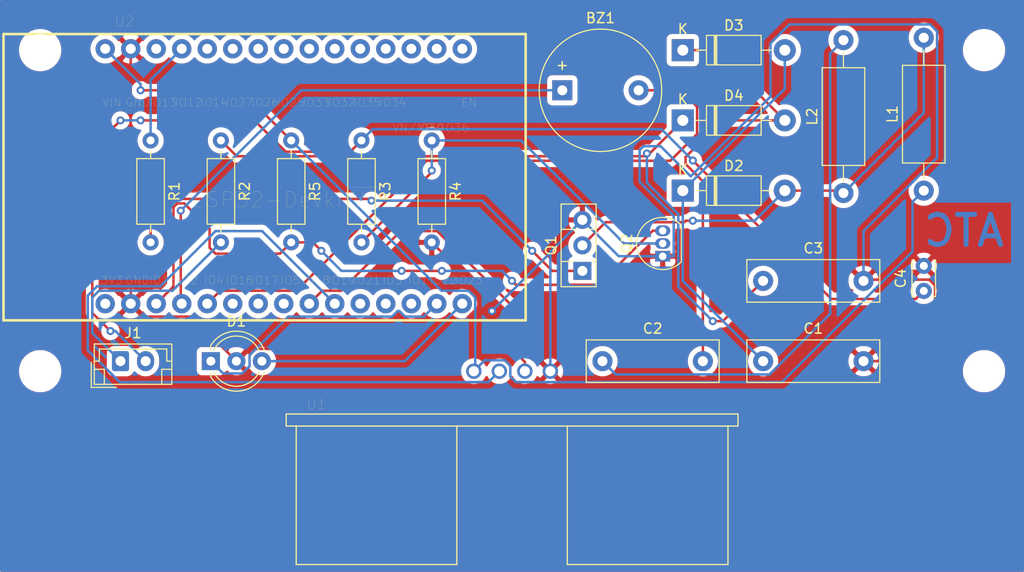
<source format=kicad_pcb>
(kicad_pcb (version 20171130) (host pcbnew "(5.1.9)-1")
  (title_block (title SmartGeiger) (date 2021-03-06) (rev v01) (comment 2 https://creativecommons.org/licenses/by/4.0/) (comment 3 "License: CC BY 4.0") (comment 4 "Author: Ahnaf Tahmid Chowdhury"))
  (layers (0 F.Cu signal) (31 B.Cu signal) (34 B.Paste user) (35 F.Paste user) (36 B.SilkS user) (37 F.SilkS user) (38 B.Mask user) (39 F.Mask user) (44 Edge.Cuts user))
  (net 0 "")
  (net 1 "Net-(BZ1-Pad1)")
  (net 2 "Net-(BZ1-Pad2)")
  (net 3 GND)
  (net 4 "Net-(C1-Pad1)")
  (net 5 "Net-(C2-Pad1)")
  (net 6 "Net-(C2-Pad2)")
  (net 7 "Net-(C3-Pad1)")
  (net 8 "Net-(C4-Pad1)")
  (net 9 "Net-(D1-Pad1)")
  (net 10 "Net-(D1-Pad3)")
  (net 11 "Net-(D2-Pad2)")
  (net 12 "Net-(J1-Pad1)")
  (net 13 VCC)
  (net 14 "Net-(Q1-Pad1)")
  (net 15 "Net-(Q2-Pad2)")
  (net 16 "Net-(Q2-Pad3)")
  (net 17 "Net-(R1-Pad1)")
  (net 18 "Net-(U1-Pad2)")
  (net 19 "Net-(U1-Pad3)")
  (net 20 "Net-(U2-Pad3V3)")
  (net 21 "Net-(U2-PadD16)")
  (net 22 "Net-(U2-PadD17)")
  (net 23 "Net-(U2-PadD5)")
  (net 24 "Net-(U2-PadD21)")
  (net 25 "Net-(U2-PadD3)")
  (net 26 "Net-(U2-PadD1)")
  (net 27 "Net-(U2-PadD13)")
  (net 28 "Net-(U2-PadD14)")
  (net 29 "Net-(U2-PadD27)")
  (net 30 "Net-(U2-PadD26)")
  (net 31 "Net-(U2-PadD25)")
  (net 32 "Net-(U2-PadD33)")
  (net 33 "Net-(U2-PadD32)")
  (net 34 "Net-(U2-PadD35)")
  (net 35 "Net-(U2-PadD34)")
  (net 36 "Net-(U2-PadD39)")
  (net 37 "Net-(U2-PadD36)")
  (net 38 "Net-(U2-PadEN)")
  (module MountingHole:MountingHole_3.2mm_M3 (layer F.Cu) (at 183 84)
    (fp_text reference REF** hide)
    (fp_text value MountingHole)
    (pad 1 np_thru_hole circle (at 0 0) (size 3.2 3.2) (drill 3.2) (layers *.Cu *.Mask))
  )
  (module MountingHole:MountingHole_3.2mm_M3 (layer F.Cu) (at 277 84)
    (fp_text reference REF** hide)
    (fp_text value MountingHole)
    (pad 1 np_thru_hole circle (at 0 0) (size 3.2 3.2) (drill 3.2) (layers *.Cu *.Mask))
  )
  (module MountingHole:MountingHole_3.2mm_M3 (layer F.Cu) (at 277 116)
    (fp_text reference REF** hide)
    (fp_text value MountingHole)
    (pad 1 np_thru_hole circle (at 0 0) (size 3.2 3.2) (drill 3.2) (layers *.Cu *.Mask))
  )
  (module MountingHole:MountingHole_3.2mm_M3 (layer F.Cu) (at 183 116)
    (fp_text reference REF** hide)
    (fp_text value MountingHole)
    (pad 1 np_thru_hole circle (at 0 0) (size 3.2 3.2) (drill 3.2) (layers *.Cu *.Mask))
  )
  (module Buzzer_Beeper:Buzzer_12x9.5RM7.6 (layer F.Cu) (at 235 88)
    (fp_text reference BZ1 (at 3.8 -7.2) (layer F.SilkS))
    (fp_text value Buzzer)
    (fp_circle (center 3.8 0) (end 9.9 0) (layer F.SilkS) (width 0.12))
    (fp_text user + (at -0.01 -2.54) (layer F.SilkS))
    (pad 1 thru_hole rect (at 0 0) (size 2 2) (drill 1) (layers *.Cu *.Mask) (net 1 "Net-(BZ1-Pad1)"))
    (pad 2 thru_hole circle (at 7.6 0) (size 2 2) (drill 1) (layers *.Cu *.Mask) (net 2 "Net-(BZ1-Pad2)"))
  )
  (module Capacitor_THT:C_Rect_L13.0mm_W4.0mm_P10.00mm_FKS3_FKP3_MKS4 (layer F.Cu) (at 255 115)
    (fp_text reference C1 (at 5 -3.25) (layer F.SilkS))
    (fp_text value "4.6 nF")
    (fp_line (start 11.62 -2.12) (end 11.62 2.12) (layer F.SilkS) (width 0.12))
    (fp_line (start -1.62 -2.12) (end -1.62 2.12) (layer F.SilkS) (width 0.12))
    (fp_line (start -1.62 2.12) (end 11.62 2.12) (layer F.SilkS) (width 0.12))
    (fp_line (start -1.62 -2.12) (end 11.62 -2.12) (layer F.SilkS) (width 0.12))
    (pad 2 thru_hole circle (at 10 0) (size 2 2) (drill 1) (layers *.Cu *.Mask) (net 3 GND))
    (pad 1 thru_hole circle (at 0 0) (size 2 2) (drill 1) (layers *.Cu *.Mask) (net 4 "Net-(C1-Pad1)"))
  )
  (module Capacitor_THT:C_Rect_L13.0mm_W4.0mm_P10.00mm_FKS3_FKP3_MKS4 (layer F.Cu) (at 239 115)
    (fp_text reference C2 (at 5 -3.25) (layer F.SilkS))
    (fp_text value "4.6 nF")
    (fp_line (start -1.62 -2.12) (end 11.62 -2.12) (layer F.SilkS) (width 0.12))
    (fp_line (start -1.62 2.12) (end 11.62 2.12) (layer F.SilkS) (width 0.12))
    (fp_line (start -1.62 -2.12) (end -1.62 2.12) (layer F.SilkS) (width 0.12))
    (fp_line (start 11.62 -2.12) (end 11.62 2.12) (layer F.SilkS) (width 0.12))
    (pad 1 thru_hole circle (at 0 0) (size 2 2) (drill 1) (layers *.Cu *.Mask) (net 5 "Net-(C2-Pad1)"))
    (pad 2 thru_hole circle (at 10 0) (size 2 2) (drill 1) (layers *.Cu *.Mask) (net 6 "Net-(C2-Pad2)"))
  )
  (module Capacitor_THT:C_Rect_L13.0mm_W4.0mm_P10.00mm_FKS3_FKP3_MKS4 (layer F.Cu) (at 255 107)
    (fp_text reference C3 (at 5 -3.25) (layer F.SilkS))
    (fp_text value "4.6 nF")
    (fp_line (start -1.62 -2.12) (end 11.62 -2.12) (layer F.SilkS) (width 0.12))
    (fp_line (start -1.62 2.12) (end 11.62 2.12) (layer F.SilkS) (width 0.12))
    (fp_line (start -1.62 -2.12) (end -1.62 2.12) (layer F.SilkS) (width 0.12))
    (fp_line (start 11.62 -2.12) (end 11.62 2.12) (layer F.SilkS) (width 0.12))
    (pad 1 thru_hole circle (at 0 0) (size 2 2) (drill 1) (layers *.Cu *.Mask) (net 7 "Net-(C3-Pad1)"))
    (pad 2 thru_hole circle (at 10 0) (size 2 2) (drill 1) (layers *.Cu *.Mask) (net 3 GND))
  )
  (module Capacitor_THT:C_Disc_D3.4mm_W2.1mm_P2.50mm (layer F.Cu) (at 271 108 90)
    (fp_text reference C4 (at 1.25 -2.3 90) (layer F.SilkS))
    (fp_text value 102)
    (fp_line (start -0.57 -1.17) (end 3.07 -1.17) (layer F.SilkS) (width 0.12))
    (fp_line (start -0.57 1.17) (end 3.07 1.17) (layer F.SilkS) (width 0.12))
    (fp_line (start -0.57 -1.17) (end -0.57 -0.925) (layer F.SilkS) (width 0.12))
    (fp_line (start -0.57 0.925) (end -0.57 1.17) (layer F.SilkS) (width 0.12))
    (fp_line (start 3.07 -1.17) (end 3.07 -0.925) (layer F.SilkS) (width 0.12))
    (fp_line (start 3.07 0.925) (end 3.07 1.17) (layer F.SilkS) (width 0.12))
    (pad 1 thru_hole circle (at 0 0 90) (size 1.6 1.6) (drill 0.8) (layers *.Cu *.Mask) (net 8 "Net-(C4-Pad1)"))
    (pad 2 thru_hole circle (at 2.5 0 90) (size 1.6 1.6) (drill 0.8) (layers *.Cu *.Mask) (net 3 GND))
  )
  (module LED_THT:LED_D5.0mm-3 (layer F.Cu) (at 200 115)
    (fp_text reference D1 (at 2.54 -3.96) (layer F.SilkS))
    (fp_text value LED_Dual_ACA)
    (fp_line (start -0.02 -1.545) (end -0.02 -1.08) (layer F.SilkS) (width 0.12))
    (fp_line (start -0.02 1.08) (end -0.02 1.545) (layer F.SilkS) (width 0.12))
    (fp_arc (start 2.54 0) (end -0.02 -1.54483) (angle 127.7) (layer F.SilkS) (width 0.12))
    (fp_arc (start 2.54 0) (end -0.02 1.54483) (angle -127.7) (layer F.SilkS) (width 0.12))
    (fp_arc (start 2.54 0) (end 0.285316 -1.08) (angle 128.8) (layer F.SilkS) (width 0.12))
    (fp_arc (start 2.54 0) (end 0.285316 1.08) (angle -128.8) (layer F.SilkS) (width 0.12))
    (pad 1 thru_hole rect (at 0 0) (size 1.8 1.8) (drill 0.9) (layers *.Cu *.Mask) (net 9 "Net-(D1-Pad1)"))
    (pad 2 thru_hole circle (at 2.54 0) (size 1.8 1.8) (drill 0.9) (layers *.Cu *.Mask) (net 3 GND))
    (pad 3 thru_hole circle (at 5.08 0) (size 1.8 1.8) (drill 0.9) (layers *.Cu *.Mask) (net 10 "Net-(D1-Pad3)"))
  )
  (module Diode_THT:D_DO-41_SOD81_P10.16mm_Horizontal (layer F.Cu) (at 247 98)
    (fp_text reference D2 (at 5.08 -2.47) (layer F.SilkS))
    (fp_text value 1N4007)
    (fp_line (start 2.36 -1.47) (end 2.36 1.47) (layer F.SilkS) (width 0.12))
    (fp_line (start 2.36 1.47) (end 7.8 1.47) (layer F.SilkS) (width 0.12))
    (fp_line (start 7.8 1.47) (end 7.8 -1.47) (layer F.SilkS) (width 0.12))
    (fp_line (start 7.8 -1.47) (end 2.36 -1.47) (layer F.SilkS) (width 0.12))
    (fp_line (start 1.34 0) (end 2.36 0) (layer F.SilkS) (width 0.12))
    (fp_line (start 8.82 0) (end 7.8 0) (layer F.SilkS) (width 0.12))
    (fp_line (start 3.26 -1.47) (end 3.26 1.47) (layer F.SilkS) (width 0.12))
    (fp_line (start 3.38 -1.47) (end 3.38 1.47) (layer F.SilkS) (width 0.12))
    (fp_line (start 3.14 -1.47) (end 3.14 1.47) (layer F.SilkS) (width 0.12))
    (fp_text user K (at 0 -2.1) (layer F.SilkS))
    (pad 1 thru_hole rect (at 0 0) (size 2.2 2.2) (drill 1.1) (layers *.Cu *.Mask) (net 4 "Net-(C1-Pad1)"))
    (pad 2 thru_hole oval (at 10.16 0) (size 2.2 2.2) (drill 1.1) (layers *.Cu *.Mask) (net 11 "Net-(D2-Pad2)"))
  )
  (module Diode_THT:D_DO-41_SOD81_P10.16mm_Horizontal (layer F.Cu) (at 247 84)
    (fp_text reference D3 (at 5.08 -2.47) (layer F.SilkS))
    (fp_text value 1N4007)
    (fp_line (start 2.36 -1.47) (end 2.36 1.47) (layer F.SilkS) (width 0.12))
    (fp_line (start 2.36 1.47) (end 7.8 1.47) (layer F.SilkS) (width 0.12))
    (fp_line (start 7.8 1.47) (end 7.8 -1.47) (layer F.SilkS) (width 0.12))
    (fp_line (start 7.8 -1.47) (end 2.36 -1.47) (layer F.SilkS) (width 0.12))
    (fp_line (start 1.34 0) (end 2.36 0) (layer F.SilkS) (width 0.12))
    (fp_line (start 8.82 0) (end 7.8 0) (layer F.SilkS) (width 0.12))
    (fp_line (start 3.26 -1.47) (end 3.26 1.47) (layer F.SilkS) (width 0.12))
    (fp_line (start 3.38 -1.47) (end 3.38 1.47) (layer F.SilkS) (width 0.12))
    (fp_line (start 3.14 -1.47) (end 3.14 1.47) (layer F.SilkS) (width 0.12))
    (fp_text user K (at 0 -2.1) (layer F.SilkS))
    (pad 1 thru_hole rect (at 0 0) (size 2.2 2.2) (drill 1.1) (layers *.Cu *.Mask) (net 6 "Net-(C2-Pad2)"))
    (pad 2 thru_hole oval (at 10.16 0) (size 2.2 2.2) (drill 1.1) (layers *.Cu *.Mask) (net 4 "Net-(C1-Pad1)"))
  )
  (module Diode_THT:D_DO-41_SOD81_P10.16mm_Horizontal (layer F.Cu) (at 247 91)
    (fp_text reference D4 (at 5.08 -2.47) (layer F.SilkS))
    (fp_text value 1N4007)
    (fp_line (start 3.14 -1.47) (end 3.14 1.47) (layer F.SilkS) (width 0.12))
    (fp_line (start 3.38 -1.47) (end 3.38 1.47) (layer F.SilkS) (width 0.12))
    (fp_line (start 3.26 -1.47) (end 3.26 1.47) (layer F.SilkS) (width 0.12))
    (fp_line (start 8.82 0) (end 7.8 0) (layer F.SilkS) (width 0.12))
    (fp_line (start 1.34 0) (end 2.36 0) (layer F.SilkS) (width 0.12))
    (fp_line (start 7.8 -1.47) (end 2.36 -1.47) (layer F.SilkS) (width 0.12))
    (fp_line (start 7.8 1.47) (end 7.8 -1.47) (layer F.SilkS) (width 0.12))
    (fp_line (start 2.36 1.47) (end 7.8 1.47) (layer F.SilkS) (width 0.12))
    (fp_line (start 2.36 -1.47) (end 2.36 1.47) (layer F.SilkS) (width 0.12))
    (fp_text user K (at 0 -2.1) (layer F.SilkS))
    (pad 2 thru_hole oval (at 10.16 0) (size 2.2 2.2) (drill 1.1) (layers *.Cu *.Mask) (net 6 "Net-(C2-Pad2)"))
    (pad 1 thru_hole rect (at 0 0) (size 2.2 2.2) (drill 1.1) (layers *.Cu *.Mask) (net 7 "Net-(C3-Pad1)"))
  )
  (module Connector_JST:JST_EH_B2B-EH-A_1x02_P2.50mm_Vertical (layer F.Cu) (at 191 115)
    (fp_text reference J1 (at 1.25 -2.8) (layer F.SilkS))
    (fp_text value "2 pin JST")
    (fp_line (start -2.61 -1.71) (end -2.61 2.31) (layer F.SilkS) (width 0.12))
    (fp_line (start -2.61 2.31) (end 5.11 2.31) (layer F.SilkS) (width 0.12))
    (fp_line (start 5.11 2.31) (end 5.11 -1.71) (layer F.SilkS) (width 0.12))
    (fp_line (start 5.11 -1.71) (end -2.61 -1.71) (layer F.SilkS) (width 0.12))
    (fp_line (start -2.61 0) (end -2.11 0) (layer F.SilkS) (width 0.12))
    (fp_line (start -2.11 0) (end -2.11 -1.21) (layer F.SilkS) (width 0.12))
    (fp_line (start -2.11 -1.21) (end 4.61 -1.21) (layer F.SilkS) (width 0.12))
    (fp_line (start 4.61 -1.21) (end 4.61 0) (layer F.SilkS) (width 0.12))
    (fp_line (start 4.61 0) (end 5.11 0) (layer F.SilkS) (width 0.12))
    (fp_line (start -2.61 0.81) (end -1.61 0.81) (layer F.SilkS) (width 0.12))
    (fp_line (start -1.61 0.81) (end -1.61 2.31) (layer F.SilkS) (width 0.12))
    (fp_line (start 5.11 0.81) (end 4.11 0.81) (layer F.SilkS) (width 0.12))
    (fp_line (start 4.11 0.81) (end 4.11 2.31) (layer F.SilkS) (width 0.12))
    (fp_line (start -2.91 0.11) (end -2.91 2.61) (layer F.SilkS) (width 0.12))
    (fp_line (start -2.91 2.61) (end -0.41 2.61) (layer F.SilkS) (width 0.12))
    (pad 1 thru_hole roundrect (at 0 0) (size 1.7 2) (drill 1) (layers *.Cu *.Mask) (roundrect_rratio 0.1470588235294118) (net 12 "Net-(J1-Pad1)"))
    (pad 2 thru_hole oval (at 2.5 0) (size 1.7 2) (drill 1) (layers *.Cu *.Mask) (net 8 "Net-(C4-Pad1)"))
  )
  (module Inductor_THT:L_Axial_L9.5mm_D4.0mm_P15.24mm_Horizontal_Fastron_SMCC (layer F.Cu) (at 271 98 90)
    (fp_text reference L1 (at 7.62 -3.12 90) (layer F.SilkS))
    (fp_text value "680 uH")
    (fp_line (start 14 0) (end 12.49 0) (layer F.SilkS) (width 0.12))
    (fp_line (start 1.24 0) (end 2.75 0) (layer F.SilkS) (width 0.12))
    (fp_line (start 12.49 -2.12) (end 2.75 -2.12) (layer F.SilkS) (width 0.12))
    (fp_line (start 12.49 2.12) (end 12.49 -2.12) (layer F.SilkS) (width 0.12))
    (fp_line (start 2.75 2.12) (end 12.49 2.12) (layer F.SilkS) (width 0.12))
    (fp_line (start 2.75 -2.12) (end 2.75 2.12) (layer F.SilkS) (width 0.12))
    (pad 2 thru_hole oval (at 15.24 0 90) (size 2 2) (drill 1) (layers *.Cu *.Mask) (net 11 "Net-(D2-Pad2)"))
    (pad 1 thru_hole circle (at 0 0 90) (size 2 2) (drill 1) (layers *.Cu *.Mask) (net 13 VCC))
  )
  (module Inductor_THT:L_Axial_L9.5mm_D4.0mm_P15.24mm_Horizontal_Fastron_SMCC (layer F.Cu) (at 263 98.24 90)
    (fp_text reference L2 (at 7.62 -3.12 90) (layer F.SilkS))
    (fp_text value 680uH)
    (fp_line (start 2.75 -2.12) (end 2.75 2.12) (layer F.SilkS) (width 0.12))
    (fp_line (start 2.75 2.12) (end 12.49 2.12) (layer F.SilkS) (width 0.12))
    (fp_line (start 12.49 2.12) (end 12.49 -2.12) (layer F.SilkS) (width 0.12))
    (fp_line (start 12.49 -2.12) (end 2.75 -2.12) (layer F.SilkS) (width 0.12))
    (fp_line (start 1.24 0) (end 2.75 0) (layer F.SilkS) (width 0.12))
    (fp_line (start 14 0) (end 12.49 0) (layer F.SilkS) (width 0.12))
    (pad 1 thru_hole circle (at 0 0 90) (size 2 2) (drill 1) (layers *.Cu *.Mask) (net 11 "Net-(D2-Pad2)"))
    (pad 2 thru_hole oval (at 15.24 0 90) (size 2 2) (drill 1) (layers *.Cu *.Mask) (net 5 "Net-(C2-Pad1)"))
  )
  (module Package_TO_SOT_THT:TO-126-3_Vertical (layer F.Cu) (at 237 106 90)
    (fp_text reference Q1 (at 2.54 -3.12 90) (layer F.SilkS))
    (fp_text value MJE13003)
    (fp_line (start -1.58 -2.12) (end 6.66 -2.12) (layer F.SilkS) (width 0.12))
    (fp_line (start -1.58 1.37) (end 6.66 1.37) (layer F.SilkS) (width 0.12))
    (fp_line (start -1.58 -2.12) (end -1.58 1.37) (layer F.SilkS) (width 0.12))
    (fp_line (start 6.66 -2.12) (end 6.66 1.37) (layer F.SilkS) (width 0.12))
    (fp_line (start 0.94 -2.12) (end 0.94 -1.05) (layer F.SilkS) (width 0.12))
    (fp_line (start 0.94 1.05) (end 0.94 1.37) (layer F.SilkS) (width 0.12))
    (fp_line (start 4.141 -2.12) (end 4.141 -0.54) (layer F.SilkS) (width 0.12))
    (fp_line (start 4.141 0.54) (end 4.141 1.37) (layer F.SilkS) (width 0.12))
    (pad 1 thru_hole rect (at 0 0 90) (size 1.8 1.8) (drill 1) (layers *.Cu *.Mask) (net 14 "Net-(Q1-Pad1)"))
    (pad 2 thru_hole oval (at 2.54 0 90) (size 1.8 1.8) (drill 1) (layers *.Cu *.Mask) (net 11 "Net-(D2-Pad2)"))
    (pad 3 thru_hole oval (at 5.08 0 90) (size 1.8 1.8) (drill 1) (layers *.Cu *.Mask) (net 3 GND))
  )
  (module Package_TO_SOT_THT:TO-92_Inline (layer F.Cu) (at 245 104.54 90)
    (fp_text reference Q2 (at 1.27 -3.56 90) (layer F.SilkS))
    (fp_text value 2N3904)
    (fp_line (start -0.53 1.85) (end 3.07 1.85) (layer F.SilkS) (width 0.12))
    (fp_arc (start 1.27 0) (end 1.27 -2.6) (angle -135) (layer F.SilkS) (width 0.12))
    (fp_arc (start 1.27 0) (end 1.27 -2.6) (angle 135) (layer F.SilkS) (width 0.12))
    (pad 2 thru_hole oval (at 1.27 0 90) (size 1.05 1.5) (drill 0.75) (layers *.Cu *.Mask) (net 15 "Net-(Q2-Pad2)"))
    (pad 3 thru_hole oval (at 2.54 0 90) (size 1.05 1.5) (drill 0.75) (layers *.Cu *.Mask) (net 16 "Net-(Q2-Pad3)"))
    (pad 1 thru_hole rect (at 0 0 90) (size 1.05 1.5) (drill 0.75) (layers *.Cu *.Mask) (net 3 GND))
  )
  (module Resistor_THT:R_Axial_DIN0207_L6.3mm_D2.5mm_P10.16mm_Horizontal (layer F.Cu) (at 194 93 270)
    (fp_text reference R1 (at 5.08 -2.37 90) (layer F.SilkS))
    (fp_text value 100)
    (fp_line (start 1.81 -1.37) (end 1.81 1.37) (layer F.SilkS) (width 0.12))
    (fp_line (start 1.81 1.37) (end 8.35 1.37) (layer F.SilkS) (width 0.12))
    (fp_line (start 8.35 1.37) (end 8.35 -1.37) (layer F.SilkS) (width 0.12))
    (fp_line (start 8.35 -1.37) (end 1.81 -1.37) (layer F.SilkS) (width 0.12))
    (fp_line (start 1.04 0) (end 1.81 0) (layer F.SilkS) (width 0.12))
    (fp_line (start 9.12 0) (end 8.35 0) (layer F.SilkS) (width 0.12))
    (pad 1 thru_hole circle (at 0 0 270) (size 1.6 1.6) (drill 0.8) (layers *.Cu *.Mask) (net 17 "Net-(R1-Pad1)"))
    (pad 2 thru_hole oval (at 10.16 0 270) (size 1.6 1.6) (drill 0.8) (layers *.Cu *.Mask) (net 14 "Net-(Q1-Pad1)"))
  )
  (module Resistor_THT:R_Axial_DIN0207_L6.3mm_D2.5mm_P10.16mm_Horizontal (layer F.Cu) (at 201 93 270)
    (fp_text reference R2 (at 5.08 -2.37 90) (layer F.SilkS))
    (fp_text value 4.7M)
    (fp_line (start 1.81 -1.37) (end 1.81 1.37) (layer F.SilkS) (width 0.12))
    (fp_line (start 1.81 1.37) (end 8.35 1.37) (layer F.SilkS) (width 0.12))
    (fp_line (start 8.35 1.37) (end 8.35 -1.37) (layer F.SilkS) (width 0.12))
    (fp_line (start 8.35 -1.37) (end 1.81 -1.37) (layer F.SilkS) (width 0.12))
    (fp_line (start 1.04 0) (end 1.81 0) (layer F.SilkS) (width 0.12))
    (fp_line (start 9.12 0) (end 8.35 0) (layer F.SilkS) (width 0.12))
    (pad 1 thru_hole circle (at 0 0 270) (size 1.6 1.6) (drill 0.8) (layers *.Cu *.Mask) (net 7 "Net-(C3-Pad1)"))
    (pad 2 thru_hole oval (at 10.16 0 270) (size 1.6 1.6) (drill 0.8) (layers *.Cu *.Mask) (net 12 "Net-(J1-Pad1)"))
  )
  (module Resistor_THT:R_Axial_DIN0207_L6.3mm_D2.5mm_P10.16mm_Horizontal (layer F.Cu) (at 215 93 270)
    (fp_text reference R3 (at 5.08 -2.37 90) (layer F.SilkS))
    (fp_text value 2M)
    (fp_line (start 9.12 0) (end 8.35 0) (layer F.SilkS) (width 0.12))
    (fp_line (start 1.04 0) (end 1.81 0) (layer F.SilkS) (width 0.12))
    (fp_line (start 8.35 -1.37) (end 1.81 -1.37) (layer F.SilkS) (width 0.12))
    (fp_line (start 8.35 1.37) (end 8.35 -1.37) (layer F.SilkS) (width 0.12))
    (fp_line (start 1.81 1.37) (end 8.35 1.37) (layer F.SilkS) (width 0.12))
    (fp_line (start 1.81 -1.37) (end 1.81 1.37) (layer F.SilkS) (width 0.12))
    (pad 2 thru_hole oval (at 10.16 0 270) (size 1.6 1.6) (drill 0.8) (layers *.Cu *.Mask) (net 15 "Net-(Q2-Pad2)"))
    (pad 1 thru_hole circle (at 0 0 270) (size 1.6 1.6) (drill 0.8) (layers *.Cu *.Mask) (net 8 "Net-(C4-Pad1)"))
  )
  (module Resistor_THT:R_Axial_DIN0207_L6.3mm_D2.5mm_P10.16mm_Horizontal (layer F.Cu) (at 222 93 270)
    (fp_text reference R4 (at 5.08 -2.37 90) (layer F.SilkS))
    (fp_text value 10k)
    (fp_line (start 9.12 0) (end 8.35 0) (layer F.SilkS) (width 0.12))
    (fp_line (start 1.04 0) (end 1.81 0) (layer F.SilkS) (width 0.12))
    (fp_line (start 8.35 -1.37) (end 1.81 -1.37) (layer F.SilkS) (width 0.12))
    (fp_line (start 8.35 1.37) (end 8.35 -1.37) (layer F.SilkS) (width 0.12))
    (fp_line (start 1.81 1.37) (end 8.35 1.37) (layer F.SilkS) (width 0.12))
    (fp_line (start 1.81 -1.37) (end 1.81 1.37) (layer F.SilkS) (width 0.12))
    (pad 2 thru_hole oval (at 10.16 0 270) (size 1.6 1.6) (drill 0.8) (layers *.Cu *.Mask) (net 3 GND))
    (pad 1 thru_hole circle (at 0 0 270) (size 1.6 1.6) (drill 0.8) (layers *.Cu *.Mask) (net 15 "Net-(Q2-Pad2)"))
  )
  (module Resistor_THT:R_Axial_DIN0207_L6.3mm_D2.5mm_P10.16mm_Horizontal (layer F.Cu) (at 208 93 270)
    (fp_text reference R5 (at 5.08 -2.37 90) (layer F.SilkS))
    (fp_text value 100k)
    (fp_line (start 1.81 -1.37) (end 1.81 1.37) (layer F.SilkS) (width 0.12))
    (fp_line (start 1.81 1.37) (end 8.35 1.37) (layer F.SilkS) (width 0.12))
    (fp_line (start 8.35 1.37) (end 8.35 -1.37) (layer F.SilkS) (width 0.12))
    (fp_line (start 8.35 -1.37) (end 1.81 -1.37) (layer F.SilkS) (width 0.12))
    (fp_line (start 1.04 0) (end 1.81 0) (layer F.SilkS) (width 0.12))
    (fp_line (start 9.12 0) (end 8.35 0) (layer F.SilkS) (width 0.12))
    (pad 1 thru_hole circle (at 0 0 270) (size 1.6 1.6) (drill 0.8) (layers *.Cu *.Mask) (net 13 VCC))
    (pad 2 thru_hole oval (at 10.16 0 270) (size 1.6 1.6) (drill 0.8) (layers *.Cu *.Mask) (net 16 "Net-(Q2-Pad3)"))
  )
  (module XCVR_HC-SR04:XCVR_HC-SR04 (layer F.Cu) (at 230 116)
    (fp_text reference U1 (at -19.48505 3.31671) (layer F.SilkS) (effects (font (size 1.00052 1.00052) (thickness 0.015))))
    (fp_text value HC-SR04)
    (fp_line (start -21.5 19.27) (end -5.5 19.27) (layer F.SilkS) (width 0.127))
    (fp_line (start 5.5 19.27) (end 21.5 19.27) (layer F.SilkS) (width 0.127))
    (fp_line (start 22.5 5.47) (end 21.5 5.47) (layer F.SilkS) (width 0.127))
    (fp_line (start 21.5 5.47) (end 5.5 5.47) (layer F.SilkS) (width 0.127))
    (fp_line (start 5.5 5.47) (end -5.5 5.47) (layer F.SilkS) (width 0.127))
    (fp_line (start -5.5 5.47) (end -21.5 5.47) (layer F.SilkS) (width 0.127))
    (fp_line (start -21.5 5.47) (end -22.5 5.47) (layer F.SilkS) (width 0.127))
    (fp_line (start -22.5 5.47) (end -22.5 4.27) (layer F.SilkS) (width 0.127))
    (fp_line (start -22.5 4.27) (end 22.5 4.27) (layer F.SilkS) (width 0.127))
    (fp_line (start 22.5 4.27) (end 22.5 5.47) (layer F.SilkS) (width 0.127))
    (fp_line (start -21.5 5.47) (end -21.5 19.27) (layer F.SilkS) (width 0.127))
    (fp_line (start 21.5 5.47) (end 21.5 19.27) (layer F.SilkS) (width 0.127))
    (fp_line (start -5.5 5.47) (end -5.5 19.27) (layer F.SilkS) (width 0.127))
    (fp_line (start 5.5 5.47) (end 5.5 19.27) (layer F.SilkS) (width 0.127))
    (pad 2 thru_hole circle (at -1.27 0) (size 1.53 1.53) (drill 1.02) (layers *.Cu *.Mask) (net 18 "Net-(U1-Pad2)"))
    (pad 3 thru_hole circle (at 1.27 0) (size 1.53 1.53) (drill 1.02) (layers *.Cu *.Mask) (net 19 "Net-(U1-Pad3)"))
    (pad 4 thru_hole circle (at 3.81 0) (size 1.53 1.53) (drill 1.02) (layers *.Cu *.Mask) (net 3 GND))
    (pad 1 thru_hole circle (at -3.81 0) (size 1.53 1.53) (drill 1.02) (layers *.Cu *.Mask) (net 13 VCC))
  )
  (module esp32_devkit_v1_doit:ESP32-DEVKITV1 (layer F.Cu) (at 206 97)
    (fp_text reference U2 (at -14.605 -15.875) (layer F.SilkS) (effects (font (thickness 0.015))))
    (fp_text value ESP32DEVKITV1)
    (fp_line (start -26.65 -14.605) (end 25.35 -14.605) (layer F.SilkS) (width 0.254))
    (fp_line (start 25.35 -14.605) (end 25.35 13.93) (layer F.SilkS) (width 0.254))
    (fp_line (start 25.35 13.93) (end -26.65 13.93) (layer F.SilkS) (width 0.254))
    (fp_line (start -26.65 13.93) (end -26.65 -14.605) (layer F.SilkS) (width 0.254))
    (fp_text user 3V3 (at -15.86 9.93) (layer F.SilkS) (effects (font (size 0.8 0.8) (thickness 0.015))))
    (fp_text user GND (at -13.32 9.93) (layer F.SilkS) (effects (font (size 0.8 0.8) (thickness 0.015))))
    (fp_text user IO15 (at -10.78 9.93) (layer F.SilkS) (effects (font (size 0.8 0.8) (thickness 0.015))))
    (fp_text user IO2 (at -8.24 9.93) (layer F.SilkS) (effects (font (size 0.8 0.8) (thickness 0.015))))
    (fp_text user IO4 (at -5.7 9.93) (layer F.SilkS) (effects (font (size 0.8 0.8) (thickness 0.015))))
    (fp_text user IO16 (at -3.16 9.93) (layer F.SilkS) (effects (font (size 0.8 0.8) (thickness 0.015))))
    (fp_text user IO17 (at -0.62 9.93) (layer F.SilkS) (effects (font (size 0.8 0.8) (thickness 0.015))))
    (fp_text user IO5 (at 1.92 9.93) (layer F.SilkS) (effects (font (size 0.8 0.8) (thickness 0.015))))
    (fp_text user IO18 (at 4.46 9.93) (layer F.SilkS) (effects (font (size 0.8 0.8) (thickness 0.015))))
    (fp_text user IO19 (at 7 9.93) (layer F.SilkS) (effects (font (size 0.8 0.8) (thickness 0.015))))
    (fp_text user IO21 (at 9.54 9.93) (layer F.SilkS) (effects (font (size 0.8 0.8) (thickness 0.015))))
    (fp_text user IO3 (at 12.08 9.93) (layer F.SilkS) (effects (font (size 0.8 0.8) (thickness 0.015))))
    (fp_text user IO1 (at 14.62 9.93) (layer F.SilkS) (effects (font (size 0.8 0.8) (thickness 0.015))))
    (fp_text user IO22 (at 17.16 9.93) (layer F.SilkS) (effects (font (size 0.8 0.8) (thickness 0.015))))
    (fp_text user IO23 (at 19.7 9.93) (layer F.SilkS) (effects (font (size 0.8 0.8) (thickness 0.015))))
    (fp_text user VIN (at -15.84 -7.79) (layer F.SilkS) (effects (font (size 0.8 0.8) (thickness 0.015))))
    (fp_text user GND (at -13.3 -7.79) (layer F.SilkS) (effects (font (size 0.8 0.8) (thickness 0.015))))
    (fp_text user IO13 (at -10.76 -7.79) (layer F.SilkS) (effects (font (size 0.8 0.8) (thickness 0.015))))
    (fp_text user IO12 (at -8.22 -7.79) (layer F.SilkS) (effects (font (size 0.8 0.8) (thickness 0.015))))
    (fp_text user IO14 (at -5.68 -7.79) (layer F.SilkS) (effects (font (size 0.8 0.8) (thickness 0.015))))
    (fp_text user IO27 (at -3.14 -7.79) (layer F.SilkS) (effects (font (size 0.8 0.8) (thickness 0.015))))
    (fp_text user IO26 (at -0.6 -7.79) (layer F.SilkS) (effects (font (size 0.8 0.8) (thickness 0.015))))
    (fp_text user IO25 (at 1.94 -7.79) (layer F.SilkS) (effects (font (size 0.8 0.8) (thickness 0.015))))
    (fp_text user IO33 (at 4.48 -7.79) (layer F.SilkS) (effects (font (size 0.8 0.8) (thickness 0.015))))
    (fp_text user IO32 (at 7.02 -7.79) (layer F.SilkS) (effects (font (size 0.8 0.8) (thickness 0.015))))
    (fp_text user IO35 (at 9.56 -7.79) (layer F.SilkS) (effects (font (size 0.8 0.8) (thickness 0.015))))
    (fp_text user IO34 (at 12.1 -7.79) (layer F.SilkS) (effects (font (size 0.8 0.8) (thickness 0.015))))
    (fp_text user VN/IO39 (at 14.64 -5.25) (layer F.SilkS) (effects (font (size 0.8 0.8) (thickness 0.015))))
    (fp_text user VP/IO36 (at 17.18 -5.25) (layer F.SilkS) (effects (font (size 0.8 0.8) (thickness 0.015))))
    (fp_text user EN (at 19.72 -7.79) (layer F.SilkS) (effects (font (size 0.8 0.8) (thickness 0.015))))
    (fp_text user ESP32-Devkit~V1 (at 1.42 1.91) (layer F.SilkS) (effects (font (size 1.52 1.52) (thickness 0.015))))
    (pad 3V3 thru_hole circle (at -16.52 12.27) (size 1.9304 1.9304) (drill 1) (layers *.Cu *.Mask) (net 20 "Net-(U2-Pad3V3)"))
    (pad GND@2 thru_hole circle (at -13.98 12.27) (size 1.9304 1.9304) (drill 1) (layers *.Cu *.Mask) (net 3 GND))
    (pad D15 thru_hole circle (at -11.44 12.27) (size 1.9304 1.9304) (drill 1) (layers *.Cu *.Mask) (net 16 "Net-(Q2-Pad3)"))
    (pad D2 thru_hole circle (at -8.9 12.27) (size 1.9304 1.9304) (drill 1) (layers *.Cu *.Mask) (net 1 "Net-(BZ1-Pad1)"))
    (pad D4 thru_hole circle (at -6.36 12.27) (size 1.9304 1.9304) (drill 1) (layers *.Cu *.Mask) (net 2 "Net-(BZ1-Pad2)"))
    (pad D16 thru_hole circle (at -3.82 12.27) (size 1.9304 1.9304) (drill 1) (layers *.Cu *.Mask) (net 21 "Net-(U2-PadD16)"))
    (pad D17 thru_hole circle (at -1.28 12.27) (size 1.9304 1.9304) (drill 1) (layers *.Cu *.Mask) (net 22 "Net-(U2-PadD17)"))
    (pad D5 thru_hole circle (at 1.26 12.27) (size 1.9304 1.9304) (drill 1) (layers *.Cu *.Mask) (net 23 "Net-(U2-PadD5)"))
    (pad D18 thru_hole circle (at 3.8 12.27) (size 1.9304 1.9304) (drill 1) (layers *.Cu *.Mask) (net 19 "Net-(U1-Pad3)"))
    (pad D19 thru_hole circle (at 6.34 12.27) (size 1.9304 1.9304) (drill 1) (layers *.Cu *.Mask) (net 18 "Net-(U1-Pad2)"))
    (pad D21 thru_hole circle (at 8.88 12.27) (size 1.9304 1.9304) (drill 1) (layers *.Cu *.Mask) (net 24 "Net-(U2-PadD21)"))
    (pad D3 thru_hole circle (at 11.42 12.27) (size 1.9304 1.9304) (drill 1) (layers *.Cu *.Mask) (net 25 "Net-(U2-PadD3)"))
    (pad D1 thru_hole circle (at 13.96 12.27) (size 1.9304 1.9304) (drill 1) (layers *.Cu *.Mask) (net 26 "Net-(U2-PadD1)"))
    (pad D22 thru_hole circle (at 16.5 12.27) (size 1.9304 1.9304) (drill 1) (layers *.Cu *.Mask) (net 9 "Net-(D1-Pad1)"))
    (pad D23 thru_hole circle (at 19.04 12.27) (size 1.9304 1.9304) (drill 1) (layers *.Cu *.Mask) (net 10 "Net-(D1-Pad3)"))
    (pad VIN thru_hole circle (at -16.52 -13.135) (size 1.9304 1.9304) (drill 1) (layers *.Cu *.Mask) (net 13 VCC))
    (pad GND@1 thru_hole circle (at -13.98 -13.135) (size 1.9304 1.9304) (drill 1) (layers *.Cu *.Mask) (net 3 GND))
    (pad D13 thru_hole circle (at -11.44 -13.135) (size 1.9304 1.9304) (drill 1) (layers *.Cu *.Mask) (net 27 "Net-(U2-PadD13)"))
    (pad D12 thru_hole circle (at -8.9 -13.135) (size 1.9304 1.9304) (drill 1) (layers *.Cu *.Mask) (net 17 "Net-(R1-Pad1)"))
    (pad D14 thru_hole circle (at -6.36 -13.135) (size 1.9304 1.9304) (drill 1) (layers *.Cu *.Mask) (net 28 "Net-(U2-PadD14)"))
    (pad D27 thru_hole circle (at -3.82 -13.135) (size 1.9304 1.9304) (drill 1) (layers *.Cu *.Mask) (net 29 "Net-(U2-PadD27)"))
    (pad D26 thru_hole circle (at -1.28 -13.135) (size 1.9304 1.9304) (drill 1) (layers *.Cu *.Mask) (net 30 "Net-(U2-PadD26)"))
    (pad D25 thru_hole circle (at 1.26 -13.135) (size 1.9304 1.9304) (drill 1) (layers *.Cu *.Mask) (net 31 "Net-(U2-PadD25)"))
    (pad D33 thru_hole circle (at 3.8 -13.135) (size 1.9304 1.9304) (drill 1) (layers *.Cu *.Mask) (net 32 "Net-(U2-PadD33)"))
    (pad D32 thru_hole circle (at 6.34 -13.135) (size 1.9304 1.9304) (drill 1) (layers *.Cu *.Mask) (net 33 "Net-(U2-PadD32)"))
    (pad D35 thru_hole circle (at 8.88 -13.135) (size 1.9304 1.9304) (drill 1) (layers *.Cu *.Mask) (net 34 "Net-(U2-PadD35)"))
    (pad D34 thru_hole circle (at 11.42 -13.135) (size 1.9304 1.9304) (drill 1) (layers *.Cu *.Mask) (net 35 "Net-(U2-PadD34)"))
    (pad D39 thru_hole circle (at 13.96 -13.135) (size 1.9304 1.9304) (drill 1) (layers *.Cu *.Mask) (net 36 "Net-(U2-PadD39)"))
    (pad D36 thru_hole circle (at 16.5 -13.135) (size 1.9304 1.9304) (drill 1) (layers *.Cu *.Mask) (net 37 "Net-(U2-PadD36)"))
    (pad EN thru_hole circle (at 19.04 -13.135) (size 1.9304 1.9304) (drill 1) (layers *.Cu *.Mask) (net 38 "Net-(U2-PadEN)"))
  )
  (gr_text v01 (at 275 131) (layer F.Cu) (effects (font (size 1.5 1.5) (thickness 0.3))))
  (gr_text SmartGeiger (at 267 126) (layer F.Cu) (effects (font (size 2.5 2.5) (thickness 0.6))))
  (gr_text ATC (at 275 102) (layer B.Cu) (effects (font (size 3 3) (thickness 0.5)) (justify mirror)))
  (via (at 197 100) (size 0.8) (drill 0.4) (layers F.Cu B.Cu) (net 1))
  (segment (start 209 88) (end 197 100) (width 0.25) (layer B.Cu) (net 1))
  (segment (start 235 88) (end 209 88) (width 0.25) (layer B.Cu) (net 1))
  (segment (start 197 109.17) (end 197.1 109.27) (width 0.25) (layer F.Cu) (net 1))
  (segment (start 197 100) (end 197 109.17) (width 0.25) (layer F.Cu) (net 1))
  (segment (start 246.785002 88) (end 242.6 88) (width 0.25) (layer F.Cu) (net 2))
  (segment (start 248.425001 89.639999) (end 246.785002 88) (width 0.25) (layer F.Cu) (net 2))
  (segment (start 248.425001 92.360001) (end 248.425001 89.639999) (width 0.25) (layer F.Cu) (net 2))
  (segment (start 245.759981 95.025021) (end 248.425001 92.360001) (width 0.25) (layer F.Cu) (net 2))
  (segment (start 208.515199 107.979799) (end 221.469977 95.025021) (width 0.25) (layer F.Cu) (net 2))
  (segment (start 200.930201 107.979799) (end 208.515199 107.979799) (width 0.25) (layer F.Cu) (net 2))
  (segment (start 221.469977 95.025021) (end 245.759981 95.025021) (width 0.25) (layer F.Cu) (net 2))
  (segment (start 199.64 109.27) (end 200.930201 107.979799) (width 0.25) (layer F.Cu) (net 2))
  (segment (start 192.02 83.865) (end 192.02 109.27) (width 0.25) (layer F.Cu) (net 3))
  (segment (start 193.310201 110.560201) (end 198.100201 110.560201) (width 0.25) (layer F.Cu) (net 3))
  (segment (start 198.100201 110.560201) (end 202.54 115) (width 0.25) (layer F.Cu) (net 3))
  (segment (start 192.02 109.27) (end 193.310201 110.560201) (width 0.25) (layer F.Cu) (net 3))
  (segment (start 226.330201 107.490201) (end 222 103.16) (width 0.25) (layer F.Cu) (net 3))
  (segment (start 226.330201 109.889297) (end 226.330201 107.490201) (width 0.25) (layer F.Cu) (net 3))
  (segment (start 222.444499 113.774999) (end 226.330201 109.889297) (width 0.25) (layer F.Cu) (net 3))
  (segment (start 203.765001 113.774999) (end 222.444499 113.774999) (width 0.25) (layer F.Cu) (net 3))
  (segment (start 202.54 115) (end 203.765001 113.774999) (width 0.25) (layer F.Cu) (net 3))
  (segment (start 233.81 116) (end 233.81 104.11) (width 0.25) (layer B.Cu) (net 3))
  (segment (start 233.81 104.11) (end 233.96 103.96) (width 0.25) (layer B.Cu) (net 3))
  (segment (start 233.96 103.96) (end 237 100.92) (width 0.25) (layer B.Cu) (net 3))
  (via (at 228 110) (size 0.8) (drill 0.4) (layers F.Cu B.Cu) (net 3))
  (segment (start 233.81 104.19) (end 228 110) (width 0.25) (layer B.Cu) (net 3))
  (segment (start 233.81 104.11) (end 233.81 104.19) (width 0.25) (layer B.Cu) (net 3))
  (segment (start 226.440904 110) (end 226.330201 109.889297) (width 0.25) (layer F.Cu) (net 3))
  (segment (start 228 110) (end 226.440904 110) (width 0.25) (layer F.Cu) (net 3))
  (segment (start 240.62 104.54) (end 245 104.54) (width 0.25) (layer B.Cu) (net 3))
  (segment (start 237 100.92) (end 240.62 104.54) (width 0.25) (layer B.Cu) (net 3))
  (segment (start 270.499999 106.000001) (end 271 105.5) (width 0.25) (layer F.Cu) (net 3))
  (segment (start 265.999999 106.000001) (end 270.499999 106.000001) (width 0.25) (layer F.Cu) (net 3))
  (segment (start 265 107) (end 265.999999 106.000001) (width 0.25) (layer F.Cu) (net 3))
  (segment (start 271.540001 106.874999) (end 265.125001 106.874999) (width 0.25) (layer F.Cu) (net 3))
  (segment (start 272.125001 107.459999) (end 271.540001 106.874999) (width 0.25) (layer F.Cu) (net 3))
  (segment (start 272.125001 109.289212) (end 272.125001 107.459999) (width 0.25) (layer F.Cu) (net 3))
  (segment (start 266.414213 115) (end 272.125001 109.289212) (width 0.25) (layer F.Cu) (net 3))
  (segment (start 265.125001 106.874999) (end 265 107) (width 0.25) (layer F.Cu) (net 3))
  (segment (start 265 115) (end 266.414213 115) (width 0.25) (layer F.Cu) (net 3))
  (segment (start 265 102.038998) (end 265 107) (width 0.25) (layer B.Cu) (net 3))
  (segment (start 272.325001 82.123999) (end 272.325001 94.713997) (width 0.25) (layer B.Cu) (net 3))
  (segment (start 271.636001 81.434999) (end 272.325001 82.123999) (width 0.25) (layer B.Cu) (net 3))
  (segment (start 257.615999 81.434999) (end 271.636001 81.434999) (width 0.25) (layer B.Cu) (net 3))
  (segment (start 255.734999 83.315999) (end 257.615999 81.434999) (width 0.25) (layer B.Cu) (net 3))
  (segment (start 255.734999 88.628591) (end 255.734999 83.315999) (width 0.25) (layer B.Cu) (net 3))
  (segment (start 247.788591 96.574999) (end 255.734999 88.628591) (width 0.25) (layer B.Cu) (net 3))
  (segment (start 244.788612 93.57502) (end 247.788591 96.574999) (width 0.25) (layer B.Cu) (net 3))
  (segment (start 243.076988 93.57502) (end 244.788612 93.57502) (width 0.25) (layer B.Cu) (net 3))
  (segment (start 242.699988 93.95202) (end 243.076988 93.57502) (width 0.25) (layer B.Cu) (net 3))
  (segment (start 242.699988 97.1214) (end 242.699988 93.95202) (width 0.25) (layer B.Cu) (net 3))
  (segment (start 272.325001 94.713997) (end 265 102.038998) (width 0.25) (layer B.Cu) (net 3))
  (segment (start 246.09998 100.521392) (end 242.699988 97.1214) (width 0.25) (layer B.Cu) (net 3))
  (segment (start 246.09998 104.54) (end 246.09998 100.521392) (width 0.25) (layer B.Cu) (net 3))
  (segment (start 245 104.54) (end 246.09998 104.54) (width 0.25) (layer B.Cu) (net 3))
  (segment (start 257.16 87.84) (end 247 98) (width 0.25) (layer B.Cu) (net 4))
  (segment (start 257.16 84) (end 257.16 87.84) (width 0.25) (layer B.Cu) (net 4))
  (segment (start 247 107) (end 247 98) (width 0.25) (layer B.Cu) (net 4))
  (segment (start 255 115) (end 247 107) (width 0.25) (layer B.Cu) (net 4))
  (segment (start 261.674999 110.286003) (end 261.674999 84.325001) (width 0.25) (layer B.Cu) (net 5))
  (segment (start 255.636001 116.325001) (end 261.674999 110.286003) (width 0.25) (layer B.Cu) (net 5))
  (segment (start 261.674999 84.325001) (end 263 83) (width 0.25) (layer B.Cu) (net 5))
  (segment (start 240.325001 116.325001) (end 255.636001 116.325001) (width 0.25) (layer B.Cu) (net 5))
  (segment (start 239 115) (end 240.325001 116.325001) (width 0.25) (layer B.Cu) (net 5))
  (segment (start 250.926998 91) (end 257.16 91) (width 0.25) (layer F.Cu) (net 6))
  (segment (start 247.274999 94.651999) (end 250.926998 91) (width 0.25) (layer F.Cu) (net 6))
  (segment (start 247.274999 95.348001) (end 247.274999 94.651999) (width 0.25) (layer F.Cu) (net 6))
  (segment (start 249 97.073002) (end 247.274999 95.348001) (width 0.25) (layer F.Cu) (net 6))
  (segment (start 249 115) (end 249 97.073002) (width 0.25) (layer F.Cu) (net 6))
  (segment (start 250.16 84) (end 257.16 91) (width 0.25) (layer F.Cu) (net 6))
  (segment (start 247 84) (end 250.16 84) (width 0.25) (layer F.Cu) (net 6))
  (segment (start 243.424989 94.575011) (end 247 91) (width 0.25) (layer F.Cu) (net 7))
  (segment (start 202.575011 94.575011) (end 243.424989 94.575011) (width 0.25) (layer F.Cu) (net 7))
  (segment (start 201 93) (end 202.575011 94.575011) (width 0.25) (layer F.Cu) (net 7))
  (via (at 249.987347 111.012653) (size 0.8) (drill 0.4) (layers F.Cu B.Cu) (net 7))
  (segment (start 250.987347 111.012653) (end 249.987347 111.012653) (width 0.25) (layer F.Cu) (net 7))
  (segment (start 255 107) (end 250.987347 111.012653) (width 0.25) (layer F.Cu) (net 7))
  (via (at 243.424989 94.300021) (size 0.8) (drill 0.4) (layers F.Cu B.Cu) (net 7))
  (segment (start 243.424989 97.209991) (end 243.424989 94.300021) (width 0.25) (layer B.Cu) (net 7))
  (segment (start 246.54999 100.334992) (end 243.424989 97.209991) (width 0.25) (layer B.Cu) (net 7))
  (segment (start 246.54999 107.575296) (end 246.54999 100.334992) (width 0.25) (layer B.Cu) (net 7))
  (segment (start 249.987347 111.012653) (end 246.54999 107.575296) (width 0.25) (layer B.Cu) (net 7))
  (via (at 190 112) (size 0.8) (drill 0.4) (layers F.Cu B.Cu) (net 8))
  (segment (start 190.5 112) (end 190 112) (width 0.25) (layer B.Cu) (net 8))
  (segment (start 193.5 115) (end 190.5 112) (width 0.25) (layer B.Cu) (net 8))
  (via (at 191 91) (size 0.8) (drill 0.4) (layers F.Cu B.Cu) (net 8))
  (segment (start 188.189799 93.810201) (end 191 91) (width 0.25) (layer F.Cu) (net 8))
  (segment (start 188.189799 110.189799) (end 188.189799 93.810201) (width 0.25) (layer F.Cu) (net 8))
  (segment (start 190 112) (end 188.189799 110.189799) (width 0.25) (layer F.Cu) (net 8))
  (via (at 193 91) (size 0.8) (drill 0.4) (layers F.Cu B.Cu) (net 8))
  (segment (start 191 91) (end 193 91) (width 0.25) (layer B.Cu) (net 8))
  (via (at 215 93) (size 0.8) (drill 0.4) (layers F.Cu B.Cu) (net 8))
  (segment (start 213.874999 94.125001) (end 215 93) (width 0.25) (layer F.Cu) (net 8))
  (segment (start 207.459999 94.125001) (end 213.874999 94.125001) (width 0.25) (layer F.Cu) (net 8))
  (segment (start 204.334998 91) (end 207.459999 94.125001) (width 0.25) (layer F.Cu) (net 8))
  (segment (start 193 91) (end 204.334998 91) (width 0.25) (layer F.Cu) (net 8))
  (via (at 248 95) (size 0.8) (drill 0.4) (layers F.Cu B.Cu) (net 8))
  (segment (start 244.874999 91.874999) (end 248 95) (width 0.25) (layer B.Cu) (net 8))
  (segment (start 216.125001 91.874999) (end 244.874999 91.874999) (width 0.25) (layer B.Cu) (net 8))
  (segment (start 215 93) (end 216.125001 91.874999) (width 0.25) (layer B.Cu) (net 8))
  (segment (start 270.200001 108.799999) (end 271 108) (width 0.25) (layer F.Cu) (net 8))
  (segment (start 261.799999 108.799999) (end 270.200001 108.799999) (width 0.25) (layer F.Cu) (net 8))
  (segment (start 248 95) (end 261.799999 108.799999) (width 0.25) (layer F.Cu) (net 8))
  (segment (start 221.209799 110.560201) (end 222.5 109.27) (width 0.25) (layer B.Cu) (net 9))
  (segment (start 219.340703 110.560201) (end 221.209799 110.560201) (width 0.25) (layer B.Cu) (net 9))
  (segment (start 218.780502 110) (end 219.340703 110.560201) (width 0.25) (layer B.Cu) (net 9))
  (segment (start 218.039297 110.560201) (end 218.599498 110) (width 0.25) (layer B.Cu) (net 9))
  (segment (start 207.706797 110.560201) (end 218.039297 110.560201) (width 0.25) (layer B.Cu) (net 9))
  (segment (start 203.854999 114.411999) (end 207.706797 110.560201) (width 0.25) (layer B.Cu) (net 9))
  (segment (start 203.854999 115.498003) (end 203.854999 114.411999) (width 0.25) (layer B.Cu) (net 9))
  (segment (start 218.599498 110) (end 218.780502 110) (width 0.25) (layer B.Cu) (net 9))
  (segment (start 203.128001 116.225001) (end 203.854999 115.498003) (width 0.25) (layer B.Cu) (net 9))
  (segment (start 201.225001 116.225001) (end 203.128001 116.225001) (width 0.25) (layer B.Cu) (net 9))
  (segment (start 200 115) (end 201.225001 116.225001) (width 0.25) (layer B.Cu) (net 9))
  (segment (start 219.31 115) (end 225.04 109.27) (width 0.25) (layer B.Cu) (net 10))
  (segment (start 205.08 115) (end 219.31 115) (width 0.25) (layer B.Cu) (net 10))
  (segment (start 271 90.24) (end 263 98.24) (width 0.25) (layer B.Cu) (net 11))
  (segment (start 271 82.76) (end 271 90.24) (width 0.25) (layer B.Cu) (net 11))
  (segment (start 239.31001 101.14999) (end 247.14999 101.14999) (width 0.25) (layer F.Cu) (net 11))
  (segment (start 237 103.46) (end 239.31001 101.14999) (width 0.25) (layer F.Cu) (net 11))
  (via (at 248 101) (size 0.8) (drill 0.4) (layers F.Cu B.Cu) (net 11))
  (segment (start 247.29998 101) (end 248 101) (width 0.25) (layer F.Cu) (net 11))
  (segment (start 247.14999 101.14999) (end 247.29998 101) (width 0.25) (layer F.Cu) (net 11))
  (segment (start 254.16 101) (end 257.16 98) (width 0.25) (layer B.Cu) (net 11))
  (segment (start 248 101) (end 254.16 101) (width 0.25) (layer B.Cu) (net 11))
  (segment (start 262.76 98) (end 263 98.24) (width 0.25) (layer F.Cu) (net 11))
  (segment (start 257.16 98) (end 262.76 98) (width 0.25) (layer F.Cu) (net 11))
  (segment (start 188.189799 112.189799) (end 191 115) (width 0.25) (layer B.Cu) (net 12))
  (segment (start 188.189799 108.650703) (end 188.189799 112.189799) (width 0.25) (layer B.Cu) (net 12))
  (segment (start 188.860703 107.979799) (end 188.189799 108.650703) (width 0.25) (layer B.Cu) (net 12))
  (segment (start 196.180201 107.979799) (end 188.860703 107.979799) (width 0.25) (layer B.Cu) (net 12))
  (segment (start 201 103.16) (end 196.180201 107.979799) (width 0.25) (layer B.Cu) (net 12))
  (via (at 193 88) (size 0.8) (drill 0.4) (layers F.Cu B.Cu) (net 13))
  (segment (start 193 87.385) (end 193 88) (width 0.25) (layer B.Cu) (net 13))
  (segment (start 189.48 83.865) (end 193 87.385) (width 0.25) (layer B.Cu) (net 13))
  (segment (start 203 88) (end 208 93) (width 0.25) (layer F.Cu) (net 13))
  (segment (start 193 88) (end 203 88) (width 0.25) (layer F.Cu) (net 13))
  (segment (start 226.330201 115.859799) (end 226.19 116) (width 0.25) (layer B.Cu) (net 13))
  (segment (start 226.330201 108.650703) (end 226.330201 115.859799) (width 0.25) (layer B.Cu) (net 13))
  (segment (start 225.659297 107.979799) (end 226.330201 108.650703) (width 0.25) (layer B.Cu) (net 13))
  (segment (start 222.979799 107.979799) (end 225.659297 107.979799) (width 0.25) (layer B.Cu) (net 13))
  (segment (start 208 93) (end 222.979799 107.979799) (width 0.25) (layer B.Cu) (net 13))
  (segment (start 227.280001 114.909999) (end 226.19 116) (width 0.25) (layer B.Cu) (net 13))
  (segment (start 229.253201 114.909999) (end 227.280001 114.909999) (width 0.25) (layer B.Cu) (net 13))
  (segment (start 229.820001 115.476799) (end 229.253201 114.909999) (width 0.25) (layer B.Cu) (net 13))
  (segment (start 229.820001 116.523201) (end 229.820001 115.476799) (width 0.25) (layer B.Cu) (net 13))
  (segment (start 230.386801 117.090001) (end 229.820001 116.523201) (width 0.25) (layer B.Cu) (net 13))
  (segment (start 256.871001 117.090001) (end 230.386801 117.090001) (width 0.25) (layer B.Cu) (net 13))
  (segment (start 269.874999 104.086003) (end 256.871001 117.090001) (width 0.25) (layer B.Cu) (net 13))
  (segment (start 269.874999 99.125001) (end 269.874999 104.086003) (width 0.25) (layer B.Cu) (net 13))
  (segment (start 271 98) (end 269.874999 99.125001) (width 0.25) (layer B.Cu) (net 13))
  (via (at 216 99) (size 0.8) (drill 0.4) (layers F.Cu B.Cu) (net 14))
  (segment (start 215.824989 98.824989) (end 216 99) (width 0.25) (layer F.Cu) (net 14))
  (segment (start 196.465599 98.824989) (end 215.824989 98.824989) (width 0.25) (layer F.Cu) (net 14))
  (segment (start 194 101.290588) (end 196.465599 98.824989) (width 0.25) (layer F.Cu) (net 14))
  (segment (start 194 103.16) (end 194 101.290588) (width 0.25) (layer F.Cu) (net 14))
  (via (at 232 104) (size 0.8) (drill 0.4) (layers F.Cu B.Cu) (net 14))
  (segment (start 227 99) (end 232 104) (width 0.25) (layer B.Cu) (net 14))
  (segment (start 216 99) (end 227 99) (width 0.25) (layer B.Cu) (net 14))
  (segment (start 234 106) (end 237 106) (width 0.25) (layer F.Cu) (net 14))
  (segment (start 232 104) (end 234 106) (width 0.25) (layer F.Cu) (net 14))
  (via (at 222 96) (size 0.8) (drill 0.4) (layers F.Cu B.Cu) (net 15))
  (segment (start 222 96.16) (end 222 96) (width 0.25) (layer F.Cu) (net 15))
  (segment (start 215 103.16) (end 222 96.16) (width 0.25) (layer F.Cu) (net 15))
  (segment (start 222 96) (end 222 93) (width 0.25) (layer B.Cu) (net 15))
  (segment (start 230.893002 93) (end 222 93) (width 0.25) (layer B.Cu) (net 15))
  (segment (start 241.163002 103.27) (end 230.893002 93) (width 0.25) (layer B.Cu) (net 15))
  (segment (start 245 103.27) (end 241.163002 103.27) (width 0.25) (layer B.Cu) (net 15))
  (segment (start 206.874999 104.285001) (end 208 103.16) (width 0.25) (layer F.Cu) (net 16))
  (segment (start 200.459999 104.285001) (end 206.874999 104.285001) (width 0.25) (layer F.Cu) (net 16))
  (segment (start 197.348001 99.274999) (end 199.874999 101.801997) (width 0.25) (layer F.Cu) (net 16))
  (segment (start 199.874999 103.700001) (end 200.459999 104.285001) (width 0.25) (layer F.Cu) (net 16))
  (segment (start 199.874999 101.801997) (end 199.874999 103.700001) (width 0.25) (layer F.Cu) (net 16))
  (segment (start 196.651999 99.274999) (end 197.348001 99.274999) (width 0.25) (layer F.Cu) (net 16))
  (segment (start 196.274999 99.651999) (end 196.651999 99.274999) (width 0.25) (layer F.Cu) (net 16))
  (segment (start 196.274999 107.555001) (end 196.274999 99.651999) (width 0.25) (layer F.Cu) (net 16))
  (segment (start 194.56 109.27) (end 196.274999 107.555001) (width 0.25) (layer F.Cu) (net 16))
  (via (at 211 104) (size 0.8) (drill 0.4) (layers F.Cu B.Cu) (net 16))
  (segment (start 210.16 103.16) (end 211 104) (width 0.25) (layer F.Cu) (net 16))
  (segment (start 208 103.16) (end 210.16 103.16) (width 0.25) (layer F.Cu) (net 16))
  (segment (start 213 106) (end 219 106) (width 0.25) (layer B.Cu) (net 16))
  (via (at 219 106) (size 0.8) (drill 0.4) (layers F.Cu B.Cu) (net 16))
  (segment (start 211 104) (end 213 106) (width 0.25) (layer B.Cu) (net 16))
  (via (at 223 106) (size 0.8) (drill 0.4) (layers F.Cu B.Cu) (net 16))
  (segment (start 219 106) (end 223 106) (width 0.25) (layer F.Cu) (net 16))
  (via (at 229.987347 106.987347) (size 0.8) (drill 0.4) (layers F.Cu B.Cu) (net 16))
  (segment (start 229 106) (end 229.987347 106.987347) (width 0.25) (layer B.Cu) (net 16))
  (segment (start 223 106) (end 229 106) (width 0.25) (layer B.Cu) (net 16))
  (segment (start 244 102) (end 245 102) (width 0.25) (layer F.Cu) (net 16))
  (segment (start 238.612654 107.387346) (end 244 102) (width 0.25) (layer F.Cu) (net 16))
  (segment (start 230.387346 107.387346) (end 238.612654 107.387346) (width 0.25) (layer F.Cu) (net 16))
  (segment (start 229.987347 106.987347) (end 230.387346 107.387346) (width 0.25) (layer F.Cu) (net 16))
  (segment (start 194 86.965) (end 197.1 83.865) (width 0.25) (layer B.Cu) (net 17))
  (segment (start 194 93) (end 194 86.965) (width 0.25) (layer B.Cu) (net 17))
  (segment (start 227.639999 117.090001) (end 228.73 116) (width 0.25) (layer B.Cu) (net 18))
  (segment (start 187.739789 113.902979) (end 190.926811 117.090001) (width 0.25) (layer B.Cu) (net 18))
  (segment (start 188.674302 107.52979) (end 187.739789 108.464303) (width 0.25) (layer B.Cu) (net 18))
  (segment (start 187.739789 108.464303) (end 187.739789 113.902979) (width 0.25) (layer B.Cu) (net 18))
  (segment (start 194.965208 107.52979) (end 188.674302 107.52979) (width 0.25) (layer B.Cu) (net 18))
  (segment (start 190.926811 117.090001) (end 227.639999 117.090001) (width 0.25) (layer B.Cu) (net 18))
  (segment (start 200.459999 102.034999) (end 194.965208 107.52979) (width 0.25) (layer B.Cu) (net 18))
  (segment (start 205.104999 102.034999) (end 200.459999 102.034999) (width 0.25) (layer B.Cu) (net 18))
  (segment (start 212.34 109.27) (end 205.104999 102.034999) (width 0.25) (layer B.Cu) (net 18))
  (segment (start 218.904097 102.034999) (end 222.540001 102.034999) (width 0.25) (layer F.Cu) (net 19))
  (segment (start 212.959297 107.979799) (end 218.904097 102.034999) (width 0.25) (layer F.Cu) (net 19))
  (segment (start 211.090201 107.979799) (end 212.959297 107.979799) (width 0.25) (layer F.Cu) (net 19))
  (segment (start 222.540001 102.034999) (end 231 110.494998) (width 0.25) (layer F.Cu) (net 19))
  (segment (start 209.8 109.27) (end 211.090201 107.979799) (width 0.25) (layer F.Cu) (net 19))
  (segment (start 231.27 115.073202) (end 231.27 116) (width 0.25) (layer F.Cu) (net 19))
  (segment (start 231 114.803202) (end 231.27 115.073202) (width 0.25) (layer F.Cu) (net 19))
  (segment (start 231 110.494998) (end 231 114.803202) (width 0.25) (layer F.Cu) (net 19))
  (zone (net 3) (net_name GND) (layer F.Cu) (connect_pads (clearance 0.508)) (min_thickness 0.254) (fill yes (arc_segments 32) (thermal_gap 0.508) (thermal_bridge_width 0.508))
    (polygon (pts (xy 281 136) (xy 179 136) (xy 179 79) (xy 281 79)))
  )
  (zone (net 0) (net_name "") (layer B.Cu) (connect_pads (clearance 0.508)) (min_thickness 0.254) (fill yes (arc_segments 32) (thermal_gap 0.508) (thermal_bridge_width 0.508))
    (polygon (pts (xy 281 136) (xy 179 136) (xy 179 79) (xy 281 79)))
  )
)
</source>
